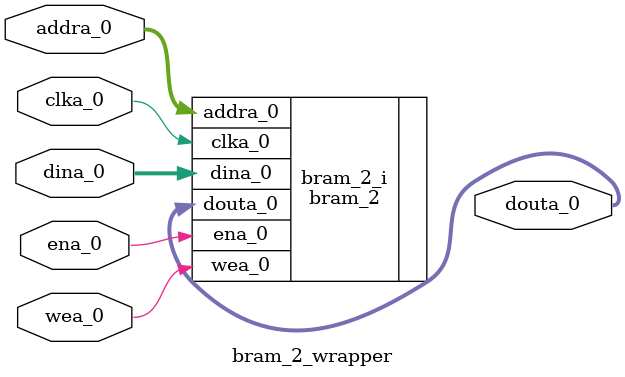
<source format=v>
`timescale 1 ps / 1 ps

module bram_2_wrapper
   (addra_0,
    clka_0,
    dina_0,
    douta_0,
    ena_0,
    wea_0);
  input [6:0]addra_0;
  input clka_0;
  input [1023:0]dina_0;
  output [1023:0]douta_0;
  input ena_0;
  input [0:0]wea_0;

  wire [6:0]addra_0;
  wire clka_0;
  wire [1023:0]dina_0;
  wire [1023:0]douta_0;
  wire ena_0;
  wire [0:0]wea_0;

  bram_2 bram_2_i
       (.addra_0(addra_0),
        .clka_0(clka_0),
        .dina_0(dina_0),
        .douta_0(douta_0),
        .ena_0(ena_0),
        .wea_0(wea_0));
endmodule

</source>
